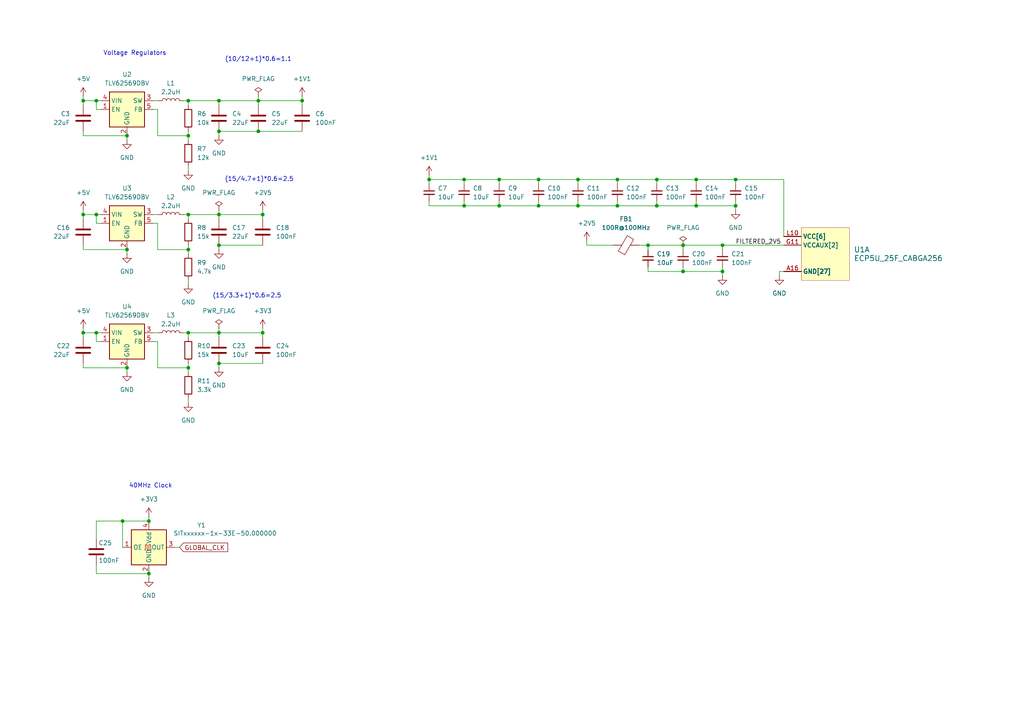
<source format=kicad_sch>
(kicad_sch (version 20250114) (generator "eeschema") (generator_version "9.0")
  (paper "A4")
  (title_block (title "Icepi zero") (date "2025-05-12") (rev "v1.1") (company "Chengyin Yao (cheyao)") (comment 1 "https://github.com/cheyao/icepi-zero"))
  (text "(15/4.7+1)*0.6=2.5" (at 75.184 52.07 0) (effects (font (size 1.27 1.27))))
  (text "(10/12+1)*0.6=1.1" (at 74.93 17.272 0) (effects (font (size 1.27 1.27))))
  (text "(15/3.3+1)*0.6=2.5" (at 71.628 85.852 0) (effects (font (size 1.27 1.27))))
  (text "40MHz Clock" (at 43.688 140.97 0) (effects (font (size 1.27 1.27))))
  (text "Voltage Regulators" (at 39.116 15.494 0) (effects (font (size 1.27 1.27))))
  (junction (at 209.55 71.12))
  (junction (at 63.5 38.1))
  (junction (at 54.61 72.39))
  (junction (at 54.61 106.68))
  (junction (at 213.36 52.07))
  (junction (at 201.93 52.07))
  (junction (at 27.94 62.23))
  (junction (at 167.64 52.07))
  (junction (at 43.18 151.13))
  (junction (at 74.93 29.21))
  (junction (at 35.56 151.13))
  (junction (at 63.5 29.21))
  (junction (at 74.93 38.1))
  (junction (at 179.07 59.69))
  (junction (at 190.5 59.69))
  (junction (at 27.94 29.21))
  (junction (at 54.61 39.37))
  (junction (at 24.13 29.21))
  (junction (at 63.5 96.52))
  (junction (at 36.83 39.37))
  (junction (at 27.94 96.52))
  (junction (at 190.5 52.07))
  (junction (at 198.12 71.12))
  (junction (at 144.78 59.69))
  (junction (at 87.63 29.21))
  (junction (at 201.93 59.69))
  (junction (at 187.96 71.12))
  (junction (at 63.5 71.12))
  (junction (at 124.46 52.07))
  (junction (at 134.62 59.69))
  (junction (at 167.64 59.69))
  (junction (at 54.61 96.52))
  (junction (at 36.83 106.68))
  (junction (at 63.5 62.23))
  (junction (at 76.2 62.23))
  (junction (at 63.5 105.41))
  (junction (at 24.13 96.52))
  (junction (at 43.18 166.37))
  (junction (at 134.62 52.07))
  (junction (at 76.2 96.52))
  (junction (at 179.07 52.07))
  (junction (at 209.55 78.74))
  (junction (at 36.83 72.39))
  (junction (at 198.12 78.74))
  (junction (at 156.21 52.07))
  (junction (at 144.78 52.07))
  (junction (at 24.13 62.23))
  (junction (at 213.36 59.69))
  (junction (at 156.21 59.69))
  (junction (at 54.61 29.21))
  (junction (at 54.61 62.23))
  (wire (pts (xy 27.94 29.21) (xy 27.94 31.75)))
  (wire (pts (xy 144.78 59.69) (xy 156.21 59.69)))
  (wire (pts (xy 227.33 78.74) (xy 226.06 78.74)))
  (wire (pts (xy 54.61 62.23) (xy 53.34 62.23)))
  (wire (pts (xy 134.62 52.07) (xy 124.46 52.07)))
  (wire (pts (xy 24.13 29.21) (xy 27.94 29.21)))
  (wire (pts (xy 167.64 59.69) (xy 167.64 58.42)))
  (wire (pts (xy 24.13 95.25) (xy 24.13 96.52)))
  (wire (pts (xy 24.13 29.21) (xy 24.13 30.48)))
  (wire (pts (xy 190.5 52.07) (xy 190.5 53.34)))
  (wire (pts (xy 35.56 158.75) (xy 35.56 151.13)))
  (wire (pts (xy 124.46 58.42) (xy 124.46 59.69)))
  (wire (pts (xy 54.61 39.37) (xy 45.72 39.37)))
  (wire (pts (xy 43.18 166.37) (xy 43.18 167.64)))
  (wire (pts (xy 54.61 96.52) (xy 63.5 96.52)))
  (wire (pts (xy 63.5 106.68) (xy 63.5 105.41)))
  (wire (pts (xy 54.61 62.23) (xy 63.5 62.23)))
  (wire (pts (xy 201.93 52.07) (xy 190.5 52.07)))
  (wire (pts (xy 213.36 52.07) (xy 201.93 52.07)))
  (wire (pts (xy 190.5 59.69) (xy 201.93 59.69)))
  (wire (pts (xy 209.55 72.39) (xy 209.55 71.12)))
  (wire (pts (xy 156.21 52.07) (xy 156.21 53.34)))
  (wire (pts (xy 24.13 38.1) (xy 24.13 39.37)))
  (wire (pts (xy 144.78 59.69) (xy 144.78 58.42)))
  (wire (pts (xy 63.5 60.96) (xy 63.5 62.23)))
  (wire (pts (xy 198.12 78.74) (xy 209.55 78.74)))
  (wire (pts (xy 24.13 72.39) (xy 36.83 72.39)))
  (wire (pts (xy 54.61 97.79) (xy 54.61 96.52)))
  (wire (pts (xy 54.61 106.68) (xy 45.72 106.68)))
  (wire (pts (xy 63.5 63.5) (xy 63.5 62.23)))
  (wire (pts (xy 185.42 71.12) (xy 187.96 71.12)))
  (wire (pts (xy 27.94 96.52) (xy 29.21 96.52)))
  (wire (pts (xy 54.61 30.48) (xy 54.61 29.21)))
  (wire (pts (xy 54.61 96.52) (xy 53.34 96.52)))
  (wire (pts (xy 74.93 30.48) (xy 74.93 29.21)))
  (wire (pts (xy 63.5 39.37) (xy 63.5 38.1)))
  (wire (pts (xy 50.8 158.75) (xy 52.07 158.75)))
  (wire (pts (xy 76.2 96.52) (xy 63.5 96.52)))
  (wire (pts (xy 124.46 52.07) (xy 124.46 53.34)))
  (wire (pts (xy 74.93 38.1) (xy 87.63 38.1)))
  (wire (pts (xy 24.13 62.23) (xy 27.94 62.23)))
  (wire (pts (xy 179.07 59.69) (xy 190.5 59.69)))
  (wire (pts (xy 190.5 59.69) (xy 190.5 58.42)))
  (wire (pts (xy 179.07 52.07) (xy 179.07 53.34)))
  (wire (pts (xy 187.96 78.74) (xy 198.12 78.74)))
  (wire (pts (xy 87.63 27.94) (xy 87.63 29.21)))
  (wire (pts (xy 24.13 60.96) (xy 24.13 62.23)))
  (wire (pts (xy 198.12 78.74) (xy 198.12 77.47)))
  (wire (pts (xy 24.13 27.94) (xy 24.13 29.21)))
  (wire (pts (xy 124.46 59.69) (xy 134.62 59.69)))
  (wire (pts (xy 76.2 95.25) (xy 76.2 96.52)))
  (wire (pts (xy 63.5 71.12) (xy 76.2 71.12)))
  (wire (pts (xy 76.2 60.96) (xy 76.2 62.23)))
  (wire (pts (xy 226.06 78.74) (xy 226.06 80.01)))
  (wire (pts (xy 24.13 106.68) (xy 36.83 106.68)))
  (wire (pts (xy 227.33 52.07) (xy 227.33 68.58)))
  (wire (pts (xy 201.93 58.42) (xy 201.93 59.69)))
  (wire (pts (xy 213.36 59.69) (xy 213.36 58.42)))
  (wire (pts (xy 213.36 53.34) (xy 213.36 52.07)))
  (wire (pts (xy 144.78 52.07) (xy 156.21 52.07)))
  (wire (pts (xy 187.96 71.12) (xy 198.12 71.12)))
  (wire (pts (xy 54.61 115.57) (xy 54.61 116.84)))
  (wire (pts (xy 76.2 62.23) (xy 63.5 62.23)))
  (wire (pts (xy 54.61 38.1) (xy 54.61 39.37)))
  (wire (pts (xy 63.5 95.25) (xy 63.5 96.52)))
  (wire (pts (xy 63.5 30.48) (xy 63.5 29.21)))
  (wire (pts (xy 209.55 71.12) (xy 227.33 71.12)))
  (wire (pts (xy 24.13 71.12) (xy 24.13 72.39)))
  (wire (pts (xy 36.83 72.39) (xy 36.83 73.66)))
  (wire (pts (xy 54.61 72.39) (xy 45.72 72.39)))
  (wire (pts (xy 54.61 29.21) (xy 63.5 29.21)))
  (wire (pts (xy 167.64 52.07) (xy 156.21 52.07)))
  (wire (pts (xy 179.07 52.07) (xy 190.5 52.07)))
  (wire (pts (xy 44.45 62.23) (xy 45.72 62.23)))
  (wire (pts (xy 27.94 62.23) (xy 29.21 62.23)))
  (wire (pts (xy 24.13 105.41) (xy 24.13 106.68)))
  (wire (pts (xy 27.94 156.21) (xy 27.94 151.13)))
  (wire (pts (xy 27.94 163.83) (xy 27.94 166.37)))
  (wire (pts (xy 87.63 29.21) (xy 87.63 30.48)))
  (wire (pts (xy 45.72 39.37) (xy 45.72 31.75)))
  (wire (pts (xy 63.5 97.79) (xy 63.5 96.52)))
  (wire (pts (xy 24.13 96.52) (xy 24.13 97.79)))
  (wire (pts (xy 144.78 52.07) (xy 144.78 53.34)))
  (wire (pts (xy 54.61 81.28) (xy 54.61 82.55)))
  (wire (pts (xy 27.94 62.23) (xy 27.94 64.77)))
  (wire (pts (xy 54.61 71.12) (xy 54.61 72.39)))
  (wire (pts (xy 54.61 72.39) (xy 54.61 73.66)))
  (wire (pts (xy 24.13 39.37) (xy 36.83 39.37)))
  (wire (pts (xy 187.96 71.12) (xy 187.96 72.39)))
  (wire (pts (xy 209.55 78.74) (xy 209.55 77.47)))
  (wire (pts (xy 124.46 50.8) (xy 124.46 52.07)))
  (wire (pts (xy 156.21 58.42) (xy 156.21 59.69)))
  (wire (pts (xy 45.72 106.68) (xy 45.72 99.06)))
  (wire (pts (xy 213.36 52.07) (xy 227.33 52.07)))
  (wire (pts (xy 27.94 96.52) (xy 27.94 99.06)))
  (wire (pts (xy 54.61 29.21) (xy 53.34 29.21)))
  (wire (pts (xy 54.61 39.37) (xy 54.61 40.64)))
  (wire (pts (xy 74.93 27.94) (xy 74.93 29.21)))
  (wire (pts (xy 179.07 58.42) (xy 179.07 59.69)))
  (wire (pts (xy 36.83 39.37) (xy 36.83 40.64)))
  (wire (pts (xy 43.18 149.86) (xy 43.18 151.13)))
  (wire (pts (xy 27.94 166.37) (xy 43.18 166.37)))
  (wire (pts (xy 156.21 59.69) (xy 167.64 59.69)))
  (wire (pts (xy 27.94 64.77) (xy 29.21 64.77)))
  (wire (pts (xy 167.64 52.07) (xy 167.64 53.34)))
  (wire (pts (xy 44.45 29.21) (xy 45.72 29.21)))
  (wire (pts (xy 187.96 77.47) (xy 187.96 78.74)))
  (wire (pts (xy 54.61 63.5) (xy 54.61 62.23)))
  (wire (pts (xy 74.93 29.21) (xy 63.5 29.21)))
  (wire (pts (xy 24.13 62.23) (xy 24.13 63.5)))
  (wire (pts (xy 201.93 52.07) (xy 201.93 53.34)))
  (wire (pts (xy 134.62 52.07) (xy 144.78 52.07)))
  (wire (pts (xy 198.12 71.12) (xy 209.55 71.12)))
  (wire (pts (xy 134.62 52.07) (xy 134.62 53.34)))
  (wire (pts (xy 170.18 69.85) (xy 170.18 71.12)))
  (wire (pts (xy 44.45 96.52) (xy 45.72 96.52)))
  (wire (pts (xy 45.72 99.06) (xy 44.45 99.06)))
  (wire (pts (xy 45.72 31.75) (xy 44.45 31.75)))
  (wire (pts (xy 198.12 71.12) (xy 198.12 72.39)))
  (wire (pts (xy 63.5 72.39) (xy 63.5 71.12)))
  (wire (pts (xy 36.83 106.68) (xy 36.83 107.95)))
  (wire (pts (xy 27.94 151.13) (xy 35.56 151.13)))
  (wire (pts (xy 35.56 151.13) (xy 43.18 151.13)))
  (wire (pts (xy 74.93 38.1) (xy 63.5 38.1)))
  (wire (pts (xy 27.94 31.75) (xy 29.21 31.75)))
  (wire (pts (xy 167.64 59.69) (xy 179.07 59.69)))
  (wire (pts (xy 54.61 105.41) (xy 54.61 106.68)))
  (wire (pts (xy 179.07 52.07) (xy 167.64 52.07)))
  (wire (pts (xy 87.63 29.21) (xy 74.93 29.21)))
  (wire (pts (xy 209.55 78.74) (xy 209.55 80.01)))
  (wire (pts (xy 24.13 96.52) (xy 27.94 96.52)))
  (wire (pts (xy 27.94 29.21) (xy 29.21 29.21)))
  (wire (pts (xy 76.2 62.23) (xy 76.2 63.5)))
  (wire (pts (xy 54.61 106.68) (xy 54.61 107.95)))
  (wire (pts (xy 213.36 59.69) (xy 213.36 60.96)))
  (wire (pts (xy 45.72 72.39) (xy 45.72 64.77)))
  (wire (pts (xy 134.62 59.69) (xy 144.78 59.69)))
  (wire (pts (xy 134.62 59.69) (xy 134.62 58.42)))
  (wire (pts (xy 63.5 105.41) (xy 76.2 105.41)))
  (wire (pts (xy 170.18 71.12) (xy 177.8 71.12)))
  (wire (pts (xy 54.61 48.26) (xy 54.61 49.53)))
  (wire (pts (xy 45.72 64.77) (xy 44.45 64.77)))
  (wire (pts (xy 76.2 96.52) (xy 76.2 97.79)))
  (wire (pts (xy 201.93 59.69) (xy 213.36 59.69)))
  (wire (pts (xy 27.94 99.06) (xy 29.21 99.06)))
  (label "FILTERED_2V5" (at 213.36 71.12 0))
  (global_label "GLOBAL_CLK" (shape input) (at 52.07 158.75 0) (property "Intersheetrefs" "${INTERSHEET_REFS}" (effects (hide yes))))
  (symbol (lib_id "Device:FerriteBead") (at 181.61 71.12 90) (unit 1)
    (property "Reference" "FB1" (at 181.5592 63.5 90))
    (property "Value" "100R@100MHz" (at 181.5592 66.04 90))
    (property "Footprint" "Inductor_SMD:L_0805_2012Metric" (effects (hide yes)))
    (property "Description" "Ferrite bead" (effects (hide yes)))
    (property "LCSC Part #" "C1015" (effects (hide yes)))
  )
  (symbol (lib_id "Device:C") (at 76.2 67.31 0) (unit 1)
    (property "Reference" "C18" (at 80.01 66.0399 0) (effects (justify left)))
    (property "Value" "100nF" (at 80.01 68.5799 0) (effects (justify left)))
    (property "Footprint" "Capacitor_SMD:C_0402_1005Metric" (effects (hide yes)))
    (property "Description" "Unpolarized capacitor" (effects (hide yes)))
    (property "LCSC Part #" "C307331 " (effects (hide yes)))
  )
  (symbol (lib_id "Device:R") (at 54.61 44.45 0) (unit 1)
    (property "Reference" "R7" (at 57.15 43.1799 0) (effects (justify left)))
    (property "Value" "12k" (at 57.15 45.7199 0) (effects (justify left)))
    (property "Footprint" "Resistor_SMD:R_0402_1005Metric" (effects (hide yes)))
    (property "Description" "Resistor" (effects (hide yes)))
    (property "LCSC Part #" "C25752" (effects (hide yes)))
  )
  (symbol (lib_id "Device:C_Small") (at 198.12 74.93 0) (unit 1)
    (property "Reference" "C20" (at 200.66 73.6662 0) (effects (justify left)))
    (property "Value" "100nF" (at 200.66 76.2062 0) (effects (justify left)))
    (property "Footprint" "Capacitor_SMD:C_0402_1005Metric" (effects (hide yes)))
    (property "Description" "Unpolarized capacitor, small symbol" (effects (hide yes)))
    (property "LCSC Part #" "C307331 " (effects (hide yes)))
  )
  (symbol (lib_id "power:PWR_FLAG") (at 74.93 27.94 0) (unit 1)
    (property "Reference" "#FLG01" (effects (hide yes)))
    (property "Value" "PWR_FLAG" (at 74.93 22.86 0))
    (property "Description" "Special symbol for telling ERC where power comes from" (effects (hide yes)))
  )
  (symbol (lib_id "power:+2V5") (at 76.2 60.96 0) (unit 1)
    (property "Reference" "#PWR030" (effects (hide yes)))
    (property "Value" "+2V5" (at 76.2 55.88 0))
    (property "Description" "Power symbol creates a global label with name \"+2V5\"" (effects (hide yes)))
  )
  (symbol (lib_id "Device:L") (at 49.53 96.52 90) (unit 1)
    (property "Reference" "L3" (at 49.53 91.44 90))
    (property "Value" "2.2uH" (at 49.53 93.98 90))
    (property "Footprint" "Inductor_SMD:L_0805_2012Metric" (effects (hide yes)))
    (property "Description" "Inductor" (effects (hide yes)))
    (property "LCSC Part #" "C1043" (effects (hide yes)))
  )
  (symbol (lib_id "Regulator_Switching:TLV62569DBV") (at 36.83 31.75 0) (unit 1)
    (property "Reference" "U2" (at 36.83 21.59 0))
    (property "Value" "TLV62569DBV" (at 36.83 24.13 0))
    (property "Footprint" "Package_TO_SOT_SMD:SOT-23-5" (effects (hide yes)))
    (property "Datasheet" "http://www.ti.com/lit/ds/symlink/tlv62569.pdf" (effects (hide yes)))
    (property "Description" "High Efficiency Synchronous Buck Converter, Adjustable Output 0.6V-5.5V, 2A, SOT-23-5" (effects (hide yes)))
    (property "LCSC Part #" "C141836" (effects (hide yes)))
  )
  (symbol (lib_id "Device:R") (at 54.61 101.6 0) (unit 1)
    (property "Reference" "R10" (at 57.15 100.3299 0) (effects (justify left)))
    (property "Value" "15k" (at 57.15 102.8699 0) (effects (justify left)))
    (property "Footprint" "Resistor_SMD:R_0402_1005Metric" (effects (hide yes)))
    (property "Description" "Resistor" (effects (hide yes)))
    (property "LCSC Part #" "C25756 " (effects (hide yes)))
  )
  (symbol (lib_id "Device:R") (at 54.61 34.29 0) (unit 1)
    (property "Reference" "R6" (at 57.15 33.0199 0) (effects (justify left)))
    (property "Value" "10k" (at 57.15 35.5599 0) (effects (justify left)))
    (property "Footprint" "Resistor_SMD:R_0402_1005Metric" (effects (hide yes)))
    (property "Description" "Resistor" (effects (hide yes)))
    (property "LCSC Part #" "C25744" (effects (hide yes)))
  )
  (symbol (lib_id "Device:C_Small") (at 156.21 55.88 0) (unit 1)
    (property "Reference" "C10" (at 158.75 54.6162 0) (effects (justify left)))
    (property "Value" "100nF" (at 158.75 57.1562 0) (effects (justify left)))
    (property "Footprint" "Capacitor_SMD:C_0402_1005Metric" (effects (hide yes)))
    (property "Description" "Unpolarized capacitor, small symbol" (effects (hide yes)))
    (property "LCSC Part #" "C307331 " (effects (hide yes)))
  )
  (symbol (lib_id "power:PWR_FLAG") (at 63.5 95.25 0) (unit 1)
    (property "Reference" "#FLG04" (effects (hide yes)))
    (property "Value" "PWR_FLAG" (at 63.5 90.17 0))
    (property "Description" "Special symbol for telling ERC where power comes from" (effects (hide yes)))
  )
  (symbol (lib_id "power:GND") (at 54.61 116.84 0) (unit 1)
    (property "Reference" "#PWR042" (effects (hide yes)))
    (property "Value" "GND" (at 54.61 121.92 0))
    (property "Description" "Power symbol creates a global label with name \"GND\" , ground" (effects (hide yes)))
  )
  (symbol (lib_id "Oscillator:SiT8008xx-1x-xxE") (at 43.18 158.75 0) (unit 1)
    (property "Reference" "Y1" (at 58.42 152.3298 0))
    (property "Value" "SITxxxxxx-1x-33E-50.000000" (at 65.278 154.686 0))
    (property "Footprint" "Oscillator:Oscillator_SMD_SiT_PQFN-4Pin_2.5x2.0mm" (effects (hide yes)))
    (property "Datasheet" "https://www.sitime.com/support/resource-library/datasheets/sit8008-datasheet" (effects (hide yes)))
    (property "Description" "SiTime Low Power Mems programmable oscillator, 1MHz to 110MHz, PQFN-4, 2.5x2.0mm (with output enable pin)" (effects (hide yes)))
    (property "LCSC Part #" "C1182928" (effects (hide yes)))
  )
  (symbol (lib_id "Device:C_Small") (at 124.46 55.88 0) (unit 1)
    (property "Reference" "C7" (at 127 54.6162 0) (effects (justify left)))
    (property "Value" "10uF" (at 127 57.1562 0) (effects (justify left)))
    (property "Footprint" "Capacitor_SMD:C_0603_1608Metric" (effects (hide yes)))
    (property "Description" "Unpolarized capacitor, small symbol" (effects (hide yes)))
    (property "LCSC Part #" "C19702" (effects (hide yes)))
  )
  (symbol (lib_id "Regulator_Switching:TLV62569DBV") (at 36.83 64.77 0) (unit 1)
    (property "Reference" "U3" (at 36.83 54.61 0))
    (property "Value" "TLV62569DBV" (at 36.83 57.15 0))
    (property "Footprint" "Package_TO_SOT_SMD:SOT-23-5" (effects (hide yes)))
    (property "Datasheet" "http://www.ti.com/lit/ds/symlink/tlv62569.pdf" (effects (hide yes)))
    (property "Description" "High Efficiency Synchronous Buck Converter, Adjustable Output 0.6V-5.5V, 2A, SOT-23-5" (effects (hide yes)))
    (property "LCSC Part #" "C141836" (effects (hide yes)))
  )
  (symbol (lib_id "power:GND") (at 54.61 82.55 0) (unit 1)
    (property "Reference" "#PWR037" (effects (hide yes)))
    (property "Value" "GND" (at 54.61 87.63 0))
    (property "Description" "Power symbol creates a global label with name \"GND\" , ground" (effects (hide yes)))
  )
  (symbol (lib_id "power:GND") (at 63.5 106.68 0) (unit 1)
    (property "Reference" "#PWR040" (effects (hide yes)))
    (property "Value" "GND" (at 63.5 111.76 0))
    (property "Description" "Power symbol creates a global label with name \"GND\" , ground" (effects (hide yes)))
  )
  (symbol (lib_id "power:GND") (at 63.5 39.37 0) (unit 1)
    (property "Reference" "#PWR025" (effects (hide yes)))
    (property "Value" "GND" (at 63.5 44.45 0))
    (property "Description" "Power symbol creates a global label with name \"GND\" , ground" (effects (hide yes)))
  )
  (symbol (lib_id "power:GND") (at 63.5 72.39 0) (unit 1)
    (property "Reference" "#PWR033" (effects (hide yes)))
    (property "Value" "GND" (at 63.5 77.47 0))
    (property "Description" "Power symbol creates a global label with name \"GND\" , ground" (effects (hide yes)))
  )
  (symbol (lib_id "power:+5V") (at 24.13 27.94 0) (unit 1)
    (property "Reference" "#PWR023" (effects (hide yes)))
    (property "Value" "+5V" (at 24.13 22.86 0))
    (property "Description" "Power symbol creates a global label with name \"+5V\"" (effects (hide yes)))
  )
  (symbol (lib_id "Device:R") (at 54.61 111.76 0) (unit 1)
    (property "Reference" "R11" (at 57.15 110.4899 0) (effects (justify left)))
    (property "Value" "3.3k" (at 57.15 113.0299 0) (effects (justify left)))
    (property "Footprint" "Resistor_SMD:R_0402_1005Metric" (effects (hide yes)))
    (property "Description" "Resistor" (effects (hide yes)))
    (property "LCSC Part #" "C25890 " (effects (hide yes)))
  )
  (symbol (lib_id "Device:C_Small") (at 144.78 55.88 0) (unit 1)
    (property "Reference" "C9" (at 147.32 54.6162 0) (effects (justify left)))
    (property "Value" "10uF" (at 147.32 57.1562 0) (effects (justify left)))
    (property "Footprint" "Capacitor_SMD:C_0603_1608Metric" (effects (hide yes)))
    (property "Description" "Unpolarized capacitor, small symbol" (effects (hide yes)))
    (property "LCSC Part #" "C19702" (effects (hide yes)))
  )
  (symbol (lib_id "Device:L") (at 49.53 29.21 90) (unit 1)
    (property "Reference" "L1" (at 49.53 24.13 90))
    (property "Value" "2.2uH" (at 49.53 26.67 90))
    (property "Footprint" "Inductor_SMD:L_0805_2012Metric" (effects (hide yes)))
    (property "Description" "Inductor" (effects (hide yes)))
    (property "LCSC Part #" "C1043" (effects (hide yes)))
  )
  (symbol (lib_id "Device:C") (at 24.13 67.31 0) (unit 1)
    (property "Reference" "C16" (at 20.32 66.0399 0) (effects (justify right)))
    (property "Value" "22uF" (at 20.32 68.5799 0) (effects (justify right)))
    (property "Footprint" "Capacitor_SMD:C_0603_1608Metric" (effects (hide yes)))
    (property "Description" "Unpolarized capacitor" (effects (hide yes)))
    (property "LCSC Part #" "C59461 " (effects (hide yes)))
  )
  (symbol (lib_id "power:GND") (at 226.06 80.01 0) (unit 1)
    (property "Reference" "#PWR036" (effects (hide yes)))
    (property "Value" "GND" (at 226.06 85.09 0))
    (property "Description" "Power symbol creates a global label with name \"GND\" , ground" (effects (hide yes)))
  )
  (symbol (lib_id "power:PWR_FLAG") (at 198.12 71.12 0) (unit 1)
    (property "Reference" "#FLG03" (effects (hide yes)))
    (property "Value" "PWR_FLAG" (at 198.12 66.04 0))
    (property "Description" "Special symbol for telling ERC where power comes from" (effects (hide yes)))
  )
  (symbol (lib_id "Device:C_Small") (at 179.07 55.88 0) (unit 1)
    (property "Reference" "C12" (at 181.61 54.6162 0) (effects (justify left)))
    (property "Value" "100nF" (at 181.61 57.1562 0) (effects (justify left)))
    (property "Footprint" "Capacitor_SMD:C_0402_1005Metric" (effects (hide yes)))
    (property "Description" "Unpolarized capacitor, small symbol" (effects (hide yes)))
    (property "LCSC Part #" "C307331 " (effects (hide yes)))
  )
  (symbol (lib_id "power:GND") (at 209.55 80.01 0) (unit 1)
    (property "Reference" "#PWR035" (effects (hide yes)))
    (property "Value" "GND" (at 209.55 85.09 0))
    (property "Description" "Power symbol creates a global label with name \"GND\" , ground" (effects (hide yes)))
  )
  (symbol (lib_id "power:GND") (at 36.83 73.66 0) (unit 1)
    (property "Reference" "#PWR034" (effects (hide yes)))
    (property "Value" "GND" (at 36.83 78.74 0))
    (property "Description" "Power symbol creates a global label with name \"GND\" , ground" (effects (hide yes)))
  )
  (symbol (lib_id "Device:C_Small") (at 213.36 55.88 0) (unit 1)
    (property "Reference" "C15" (at 215.9 54.6162 0) (effects (justify left)))
    (property "Value" "100nF" (at 215.9 57.1562 0) (effects (justify left)))
    (property "Footprint" "Capacitor_SMD:C_0402_1005Metric" (effects (hide yes)))
    (property "Description" "Unpolarized capacitor, small symbol" (effects (hide yes)))
    (property "LCSC Part #" "C307331 " (effects (hide yes)))
  )
  (symbol (lib_id "power:GND") (at 36.83 40.64 0) (unit 1)
    (property "Reference" "#PWR026" (effects (hide yes)))
    (property "Value" "GND" (at 36.83 45.72 0))
    (property "Description" "Power symbol creates a global label with name \"GND\" , ground" (effects (hide yes)))
  )
  (symbol (lib_id "Device:C_Small") (at 134.62 55.88 0) (unit 1)
    (property "Reference" "C8" (at 137.16 54.6162 0) (effects (justify left)))
    (property "Value" "10uF" (at 137.16 57.1562 0) (effects (justify left)))
    (property "Footprint" "Capacitor_SMD:C_0603_1608Metric" (effects (hide yes)))
    (property "Description" "Unpolarized capacitor, small symbol" (effects (hide yes)))
    (property "LCSC Part #" "C19702" (effects (hide yes)))
  )
  (symbol (lib_id "power:+5V") (at 24.13 95.25 0) (unit 1)
    (property "Reference" "#PWR038" (effects (hide yes)))
    (property "Value" "+5V" (at 24.13 90.17 0))
    (property "Description" "Power symbol creates a global label with name \"+5V\"" (effects (hide yes)))
  )
  (symbol (lib_id "Device:C") (at 87.63 34.29 0) (unit 1)
    (property "Reference" "C6" (at 91.44 33.0199 0) (effects (justify left)))
    (property "Value" "100nF" (at 91.44 35.5599 0) (effects (justify left)))
    (property "Footprint" "Capacitor_SMD:C_0402_1005Metric" (effects (hide yes)))
    (property "Description" "Unpolarized capacitor" (effects (hide yes)))
    (property "LCSC Part #" "C307331 " (effects (hide yes)))
  )
  (symbol (lib_id "power:GND") (at 43.18 167.64 0) (unit 1)
    (property "Reference" "#PWR044" (effects (hide yes)))
    (property "Value" "GND" (at 43.18 172.72 0))
    (property "Description" "Power symbol creates a global label with name \"GND\" , ground" (effects (hide yes)))
  )
  (symbol (lib_id "power:+1V1") (at 124.46 50.8 0) (unit 1)
    (property "Reference" "#PWR028" (effects (hide yes)))
    (property "Value" "+1V1" (at 124.46 45.72 0))
    (property "Description" "Power symbol creates a global label with name \"+1V1\"" (effects (hide yes)))
  )
  (symbol (lib_id "Device:C_Small") (at 187.96 74.93 0) (unit 1)
    (property "Reference" "C19" (at 190.5 73.6662 0) (effects (justify left)))
    (property "Value" "10uF" (at 190.5 76.2062 0) (effects (justify left)))
    (property "Footprint" "Capacitor_SMD:C_0603_1608Metric" (effects (hide yes)))
    (property "Description" "Unpolarized capacitor, small symbol" (effects (hide yes)))
    (property "LCSC Part #" "C19702" (effects (hide yes)))
  )
  (symbol (lib_id "Device:C") (at 63.5 101.6 0) (mirror y) (unit 1)
    (property "Reference" "C23" (at 67.31 100.3299 0) (effects (justify right)))
    (property "Value" "10uF" (at 67.31 102.8699 0) (effects (justify right)))
    (property "Footprint" "Capacitor_SMD:C_0603_1608Metric" (effects (hide yes)))
    (property "Description" "Unpolarized capacitor" (effects (hide yes)))
    (property "LCSC Part #" "C19702" (effects (hide yes)))
  )
  (symbol (lib_id "Device:C_Small") (at 201.93 55.88 0) (unit 1)
    (property "Reference" "C14" (at 204.47 54.6162 0) (effects (justify left)))
    (property "Value" "100nF" (at 204.47 57.1562 0) (effects (justify left)))
    (property "Footprint" "Capacitor_SMD:C_0402_1005Metric" (effects (hide yes)))
    (property "Description" "Unpolarized capacitor, small symbol" (effects (hide yes)))
    (property "LCSC Part #" "C307331 " (effects (hide yes)))
  )
  (symbol (lib_id "power:+1V1") (at 87.63 27.94 0) (unit 1)
    (property "Reference" "#PWR024" (effects (hide yes)))
    (property "Value" "+1V1" (at 87.63 22.86 0))
    (property "Description" "Power symbol creates a global label with name \"+1V1\"" (effects (hide yes)))
  )
  (symbol (lib_id "power:+3V3") (at 43.18 149.86 0) (unit 1)
    (property "Reference" "#PWR043" (effects (hide yes)))
    (property "Value" "+3V3" (at 43.18 144.78 0))
    (property "Description" "Power symbol creates a global label with name \"+3V3\"" (effects (hide yes)))
  )
  (symbol (lib_id "Regulator_Switching:TLV62569DBV") (at 36.83 99.06 0) (unit 1)
    (property "Reference" "U4" (at 36.83 88.9 0))
    (property "Value" "TLV62569DBV" (at 36.83 91.44 0))
    (property "Footprint" "Package_TO_SOT_SMD:SOT-23-5" (effects (hide yes)))
    (property "Datasheet" "http://www.ti.com/lit/ds/symlink/tlv62569.pdf" (effects (hide yes)))
    (property "Description" "High Efficiency Synchronous Buck Converter, Adjustable Output 0.6V-5.5V, 2A, SOT-23-5" (effects (hide yes)))
    (property "LCSC Part #" "C141836" (effects (hide yes)))
  )
  (symbol (lib_id "power:GND") (at 54.61 49.53 0) (unit 1)
    (property "Reference" "#PWR027" (effects (hide yes)))
    (property "Value" "GND" (at 54.61 54.61 0))
    (property "Description" "Power symbol creates a global label with name \"GND\" , ground" (effects (hide yes)))
  )
  (symbol (lib_id "power:PWR_FLAG") (at 63.5 60.96 0) (unit 1)
    (property "Reference" "#FLG02" (effects (hide yes)))
    (property "Value" "PWR_FLAG" (at 63.5 55.88 0))
    (property "Description" "Special symbol for telling ERC where power comes from" (effects (hide yes)))
  )
  (symbol (lib_id "Device:C") (at 24.13 101.6 0) (unit 1)
    (property "Reference" "C22" (at 20.32 100.3299 0) (effects (justify right)))
    (property "Value" "22uF" (at 20.32 102.8699 0) (effects (justify right)))
    (property "Footprint" "Capacitor_SMD:C_0603_1608Metric" (effects (hide yes)))
    (property "Description" "Unpolarized capacitor" (effects (hide yes)))
    (property "LCSC Part #" "C59461 " (effects (hide yes)))
  )
  (symbol (lib_id "power:+2V5") (at 170.18 69.85 0) (unit 1)
    (property "Reference" "#PWR032" (effects (hide yes)))
    (property "Value" "+2V5" (at 170.18 64.77 0))
    (property "Description" "Power symbol creates a global label with name \"+2V5\"" (effects (hide yes)))
  )
  (symbol (lib_id "power:GND") (at 213.36 60.96 0) (unit 1)
    (property "Reference" "#PWR031" (effects (hide yes)))
    (property "Value" "GND" (at 213.36 66.04 0))
    (property "Description" "Power symbol creates a global label with name \"GND\" , ground" (effects (hide yes)))
  )
  (symbol (lib_id "Device:R") (at 54.61 67.31 0) (unit 1)
    (property "Reference" "R8" (at 57.15 66.0399 0) (effects (justify left)))
    (property "Value" "15k" (at 57.15 68.5799 0) (effects (justify left)))
    (property "Footprint" "Resistor_SMD:R_0402_1005Metric" (effects (hide yes)))
    (property "Description" "Resistor" (effects (hide yes)))
    (property "LCSC Part #" "C25756 " (effects (hide yes)))
  )
  (symbol (lib_id "power:+5V") (at 24.13 60.96 0) (unit 1)
    (property "Reference" "#PWR029" (effects (hide yes)))
    (property "Value" "+5V" (at 24.13 55.88 0))
    (property "Description" "Power symbol creates a global label with name \"+5V\"" (effects (hide yes)))
  )
  (symbol (lib_id "josh:ECP5U_12_CABGA256") (at 240.03 73.66 0) (unit 1)
    (property "Reference" "U1" (at 247.65 72.3899 0) (effects (font (size 1.524 1.524)) (justify left)))
    (property "Value" "ECP5U_25F_CABGA256" (at 247.65 74.9299 0) (effects (font (size 1.524 1.524)) (justify left)))
    (property "Footprint" "Package_BGA:BGA-256_14.0x14.0mm_Layout16x16_P0.8mm_Ball0.45mm_Pad0.32mm_NSMD" (effects (hide yes)))
    (property "Datasheet" "https://www.lcsc.com/datasheet/lcsc_datasheet_2411220131_Lattice-LFE5U-25F-6BG256C_C1521614.pdf" (effects (hide yes)))
    (property "LCSC Part #" "C1521614" (effects (hide yes)))
  )
  (symbol (lib_id "Device:C_Small") (at 190.5 55.88 0) (unit 1)
    (property "Reference" "C13" (at 193.04 54.6162 0) (effects (justify left)))
    (property "Value" "100nF" (at 193.04 57.1562 0) (effects (justify left)))
    (property "Footprint" "Capacitor_SMD:C_0402_1005Metric" (effects (hide yes)))
    (property "Description" "Unpolarized capacitor, small symbol" (effects (hide yes)))
    (property "LCSC Part #" "C307331 " (effects (hide yes)))
  )
  (symbol (lib_id "Device:C_Small") (at 167.64 55.88 0) (unit 1)
    (property "Reference" "C11" (at 170.18 54.6162 0) (effects (justify left)))
    (property "Value" "100nF" (at 170.18 57.1562 0) (effects (justify left)))
    (property "Footprint" "Capacitor_SMD:C_0402_1005Metric" (effects (hide yes)))
    (property "Description" "Unpolarized capacitor, small symbol" (effects (hide yes)))
    (property "LCSC Part #" "C307331 " (effects (hide yes)))
  )
  (symbol (lib_id "Device:L") (at 49.53 62.23 90) (unit 1)
    (property "Reference" "L2" (at 49.53 57.15 90))
    (property "Value" "2.2uH" (at 49.53 59.69 90))
    (property "Footprint" "Inductor_SMD:L_0805_2012Metric" (effects (hide yes)))
    (property "Description" "Inductor" (effects (hide yes)))
    (property "LCSC Part #" "C1043" (effects (hide yes)))
  )
  (symbol (lib_id "Device:C") (at 27.94 160.02 0) (unit 1)
    (property "Reference" "C25" (at 28.575 157.48 0) (effects (justify left)))
    (property "Value" "100nF" (at 28.575 162.56 0) (effects (justify left)))
    (property "Footprint" "Capacitor_SMD:C_0402_1005Metric" (effects (hide yes)))
    (property "LCSC Part #" "C307331 " (effects (hide yes)))
  )
  (symbol (lib_id "Device:C_Small") (at 209.55 74.93 0) (unit 1)
    (property "Reference" "C21" (at 212.09 73.6662 0) (effects (justify left)))
    (property "Value" "100nF" (at 212.09 76.2062 0) (effects (justify left)))
    (property "Footprint" "Capacitor_SMD:C_0402_1005Metric" (effects (hide yes)))
    (property "Description" "Unpolarized capacitor, small symbol" (effects (hide yes)))
    (property "LCSC Part #" "C307331 " (effects (hide yes)))
  )
  (symbol (lib_id "Device:C") (at 63.5 34.29 0) (mirror y) (unit 1)
    (property "Reference" "C4" (at 67.31 33.0199 0) (effects (justify right)))
    (property "Value" "22uF" (at 67.31 35.5599 0) (effects (justify right)))
    (property "Footprint" "Capacitor_SMD:C_0603_1608Metric" (effects (hide yes)))
    (property "Description" "Unpolarized capacitor" (effects (hide yes)))
    (property "LCSC Part #" "C59461 " (effects (hide yes)))
  )
  (symbol (lib_id "power:GND") (at 36.83 107.95 0) (unit 1)
    (property "Reference" "#PWR041" (effects (hide yes)))
    (property "Value" "GND" (at 36.83 113.03 0))
    (property "Description" "Power symbol creates a global label with name \"GND\" , ground" (effects (hide yes)))
  )
  (symbol (lib_id "Device:C") (at 74.93 34.29 0) (mirror y) (unit 1)
    (property "Reference" "C5" (at 78.74 33.0199 0) (effects (justify right)))
    (property "Value" "22uF" (at 78.74 35.5599 0) (effects (justify right)))
    (property "Footprint" "Capacitor_SMD:C_0603_1608Metric" (effects (hide yes)))
    (property "Description" "Unpolarized capacitor" (effects (hide yes)))
    (property "LCSC Part #" "C59461 " (effects (hide yes)))
  )
  (symbol (lib_id "Device:C") (at 76.2 101.6 0) (unit 1)
    (property "Reference" "C24" (at 80.01 100.3299 0) (effects (justify left)))
    (property "Value" "100nF" (at 80.01 102.8699 0) (effects (justify left)))
    (property "Footprint" "Capacitor_SMD:C_0402_1005Metric" (effects (hide yes)))
    (property "Description" "Unpolarized capacitor" (effects (hide yes)))
    (property "LCSC Part #" "C307331 " (effects (hide yes)))
  )
  (symbol (lib_id "Device:C") (at 24.13 34.29 0) (unit 1)
    (property "Reference" "C3" (at 20.32 33.0199 0) (effects (justify right)))
    (property "Value" "22uF" (at 20.32 35.5599 0) (effects (justify right)))
    (property "Footprint" "Capacitor_SMD:C_0603_1608Metric" (effects (hide yes)))
    (property "Description" "Unpolarized capacitor" (effects (hide yes)))
    (property "LCSC Part #" "C59461 " (effects (hide yes)))
  )
  (symbol (lib_id "Device:R") (at 54.61 77.47 0) (unit 1)
    (property "Reference" "R9" (at 57.15 76.1999 0) (effects (justify left)))
    (property "Value" "4.7k" (at 57.15 78.7399 0) (effects (justify left)))
    (property "Footprint" "Resistor_SMD:R_0402_1005Metric" (effects (hide yes)))
    (property "Description" "Resistor" (effects (hide yes)))
    (property "LCSC Part #" "C25900 " (effects (hide yes)))
  )
  (symbol (lib_id "Device:C") (at 63.5 67.31 0) (mirror y) (unit 1)
    (property "Reference" "C17" (at 67.31 66.0399 0) (effects (justify right)))
    (property "Value" "22uF" (at 67.31 68.5799 0) (effects (justify right)))
    (property "Footprint" "Capacitor_SMD:C_0603_1608Metric" (effects (hide yes)))
    (property "Description" "Unpolarized capacitor" (effects (hide yes)))
    (property "LCSC Part #" "C59461 " (effects (hide yes)))
  )
  (symbol (lib_id "power:+3V3") (at 76.2 95.25 0) (unit 1)
    (property "Reference" "#PWR039" (effects (hide yes)))
    (property "Value" "+3V3" (at 76.2 90.17 0))
    (property "Description" "Power symbol creates a global label with name \"+3V3\"" (effects (hide yes)))
  )
)
</source>
